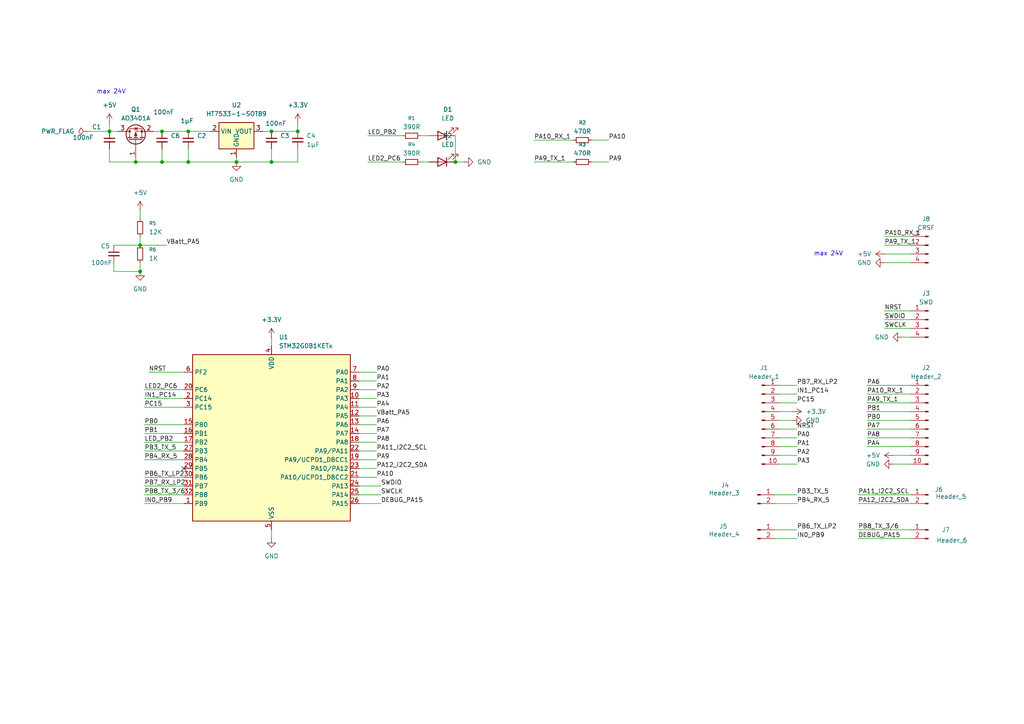
<source format=kicad_sch>
(kicad_sch (version 20250114) (generator "eeschema") (generator_version "9.0")
  (paper "A4")
  (lib_symbols
    (symbol "Connector:Conn_01x02_Pin" (pin_names (offset 1.016) (hide yes))
      (property "Reference" "J" (at 0 2.54 0))
      (property "Value" "Conn_01x02_Pin" (at 0 -5.08 0))
      (symbol "Conn_01x02_Pin_1_1"
        (rectangle (start 0.8636 0.127) (end 0 -0.127) (stroke (width 0.1524)) (fill (type outline)))
        (rectangle (start 0.8636 -2.413) (end 0 -2.667) (stroke (width 0.1524)) (fill (type outline)))
        (polyline (pts (xy 1.27 0) (xy 0.8636 0)) (stroke (width 0.1524)))
        (polyline (pts (xy 1.27 -2.54) (xy 0.8636 -2.54)) (stroke (width 0.1524)))
        (pin passive line (at 5.08 0 180) (length 3.81) (name "Pin_1") (number "1"))
        (pin passive line (at 5.08 -2.54 180) (length 3.81) (name "Pin_2") (number "2"))
      )
    )
    (symbol "Connector:Conn_01x04_Pin" (pin_names (offset 1.016) (hide yes))
      (property "Reference" "J" (at 0 5.08 0))
      (property "Value" "Conn_01x04_Pin" (at 0 -7.62 0))
      (symbol "Conn_01x04_Pin_1_1"
        (rectangle (start 0.8636 2.667) (end 0 2.413) (stroke (width 0.1524)) (fill (type outline)))
        (rectangle (start 0.8636 0.127) (end 0 -0.127) (stroke (width 0.1524)) (fill (type outline)))
        (rectangle (start 0.8636 -2.413) (end 0 -2.667) (stroke (width 0.1524)) (fill (type outline)))
        (rectangle (start 0.8636 -4.953) (end 0 -5.207) (stroke (width 0.1524)) (fill (type outline)))
        (polyline (pts (xy 1.27 2.54) (xy 0.8636 2.54)) (stroke (width 0.1524)))
        (polyline (pts (xy 1.27 0) (xy 0.8636 0)) (stroke (width 0.1524)))
        (polyline (pts (xy 1.27 -2.54) (xy 0.8636 -2.54)) (stroke (width 0.1524)))
        (polyline (pts (xy 1.27 -5.08) (xy 0.8636 -5.08)) (stroke (width 0.1524)))
        (pin passive line (at 5.08 2.54 180) (length 3.81) (name "Pin_1") (number "1"))
        (pin passive line (at 5.08 0 180) (length 3.81) (name "Pin_2") (number "2"))
        (pin passive line (at 5.08 -2.54 180) (length 3.81) (name "Pin_3") (number "3"))
        (pin passive line (at 5.08 -5.08 180) (length 3.81) (name "Pin_4") (number "4"))
      )
    )
    (symbol "Connector:Conn_01x10_Pin" (pin_names (offset 1.016) (hide yes))
      (property "Reference" "J" (at 0 12.7 0))
      (property "Value" "Conn_01x10_Pin" (at 0 -15.24 0))
      (symbol "Conn_01x10_Pin_1_1"
        (rectangle (start 0.8636 10.287) (end 0 10.033) (stroke (width 0.1524)) (fill (type outline)))
        (rectangle (start 0.8636 7.747) (end 0 7.493) (stroke (width 0.1524)) (fill (type outline)))
        (rectangle (start 0.8636 5.207) (end 0 4.953) (stroke (width 0.1524)) (fill (type outline)))
        (rectangle (start 0.8636 2.667) (end 0 2.413) (stroke (width 0.1524)) (fill (type outline)))
        (rectangle (start 0.8636 0.127) (end 0 -0.127) (stroke (width 0.1524)) (fill (type outline)))
        (rectangle (start 0.8636 -2.413) (end 0 -2.667) (stroke (width 0.1524)) (fill (type outline)))
        (rectangle (start 0.8636 -4.953) (end 0 -5.207) (stroke (width 0.1524)) (fill (type outline)))
        (rectangle (start 0.8636 -7.493) (end 0 -7.747) (stroke (width 0.1524)) (fill (type outline)))
        (rectangle (start 0.8636 -10.033) (end 0 -10.287) (stroke (width 0.1524)) (fill (type outline)))
        (rectangle (start 0.8636 -12.573) (end 0 -12.827) (stroke (width 0.1524)) (fill (type outline)))
        (polyline (pts (xy 1.27 10.16) (xy 0.8636 10.16)) (stroke (width 0.1524)))
        (polyline (pts (xy 1.27 7.62) (xy 0.8636 7.62)) (stroke (width 0.1524)))
        (polyline (pts (xy 1.27 5.08) (xy 0.8636 5.08)) (stroke (width 0.1524)))
        (polyline (pts (xy 1.27 2.54) (xy 0.8636 2.54)) (stroke (width 0.1524)))
        (polyline (pts (xy 1.27 0) (xy 0.8636 0)) (stroke (width 0.1524)))
        (polyline (pts (xy 1.27 -2.54) (xy 0.8636 -2.54)) (stroke (width 0.1524)))
        (polyline (pts (xy 1.27 -5.08) (xy 0.8636 -5.08)) (stroke (width 0.1524)))
        (polyline (pts (xy 1.27 -7.62) (xy 0.8636 -7.62)) (stroke (width 0.1524)))
        (polyline (pts (xy 1.27 -10.16) (xy 0.8636 -10.16)) (stroke (width 0.1524)))
        (polyline (pts (xy 1.27 -12.7) (xy 0.8636 -12.7)) (stroke (width 0.1524)))
        (pin passive line (at 5.08 10.16 180) (length 3.81) (name "Pin_1") (number "1"))
        (pin passive line (at 5.08 7.62 180) (length 3.81) (name "Pin_2") (number "2"))
        (pin passive line (at 5.08 5.08 180) (length 3.81) (name "Pin_3") (number "3"))
        (pin passive line (at 5.08 2.54 180) (length 3.81) (name "Pin_4") (number "4"))
        (pin passive line (at 5.08 0 180) (length 3.81) (name "Pin_5") (number "5"))
        (pin passive line (at 5.08 -2.54 180) (length 3.81) (name "Pin_6") (number "6"))
        (pin passive line (at 5.08 -5.08 180) (length 3.81) (name "Pin_7") (number "7"))
        (pin passive line (at 5.08 -7.62 180) (length 3.81) (name "Pin_8") (number "8"))
        (pin passive line (at 5.08 -10.16 180) (length 3.81) (name "Pin_9") (number "9"))
        (pin passive line (at 5.08 -12.7 180) (length 3.81) (name "Pin_10") (number "10"))
      )
    )
    (symbol "Device:C_Small" (pin_numbers (hide yes)) (pin_names (offset 0.254) (hide yes))
      (property "Reference" "C" (at 0.254 1.778 0))
      (property "Value" "C_Small" (at 0.254 -2.032 0))
      (symbol "C_Small_0_1"
        (polyline (pts (xy -1.524 0.508) (xy 1.524 0.508)) (stroke (width 0.3048)))
        (polyline (pts (xy -1.524 -0.508) (xy 1.524 -0.508)) (stroke (width 0.3302)))
      )
      (symbol "C_Small_1_1"
        (pin passive line (at 0 2.54 270) (length 2.032) (name "~") (number "1"))
        (pin passive line (at 0 -2.54 90) (length 2.032) (name "~") (number "2"))
      )
    )
    (symbol "Device:LED" (pin_numbers (hide yes)) (pin_names (offset 1.016) (hide yes))
      (property "Reference" "D" (at 0 2.54 0))
      (property "Value" "LED" (at 0 -2.54 0))
      (symbol "LED_0_1"
        (polyline (pts (xy -3.048 -0.762) (xy -4.572 -2.286) (xy -3.81 -2.286) (xy -4.572 -2.286) (xy -4.572 -1.524)))
        (polyline (pts (xy -1.778 -0.762) (xy -3.302 -2.286) (xy -2.54 -2.286) (xy -3.302 -2.286) (xy -3.302 -1.524)))
        (polyline (pts (xy -1.27 0) (xy 1.27 0)))
        (polyline (pts (xy -1.27 -1.27) (xy -1.27 1.27)) (stroke (width 0.254)))
        (polyline (pts (xy 1.27 -1.27) (xy 1.27 1.27) (xy -1.27 0) (xy 1.27 -1.27)) (stroke (width 0.254)))
      )
      (symbol "LED_1_1"
        (pin passive line (at -3.81 0 0) (length 2.54) (name "K") (number "1"))
        (pin passive line (at 3.81 0 180) (length 2.54) (name "A") (number "2"))
      )
    )
    (symbol "Device:R_Small" (pin_numbers (hide yes)) (pin_names (offset 0.254) (hide yes))
      (property "Reference" "R" (at 0 0 90))
      (property "Value" "R_Small" (at 1.778 0 90))
      (symbol "R_Small_0_1"
        (rectangle (start -0.762 1.778) (end 0.762 -1.778) (stroke (width 0.2032)))
      )
      (symbol "R_Small_1_1"
        (pin passive line (at 0 2.54 270) (length 0.762) (name "~") (number "1"))
        (pin passive line (at 0 -2.54 90) (length 0.762) (name "~") (number "2"))
      )
    )
    (symbol "MCU_ST_STM32G0:STM32G0B1KETx"
      (property "Reference" "U" (at -22.86 26.67 0))
      (property "Value" "STM32G0B1KETx" (at 2.54 26.67 0))
      (symbol "STM32G0B1KETx_0_1"
        (rectangle (start -22.86 -22.86) (end 22.86 25.4) (stroke (width 0.254)) (fill (type background)))
      )
      (symbol "STM32G0B1KETx_1_1"
        (pin bidirectional line (at -25.4 20.32 0) (length 2.54) (name "PF2") (number "6"))
        (pin bidirectional line (at -25.4 15.24 0) (length 2.54) (name "PC6") (number "20"))
        (pin bidirectional line (at -25.4 12.7 0) (length 2.54) (name "PC14") (number "2"))
        (pin bidirectional line (at -25.4 10.16 0) (length 2.54) (name "PC15") (number "3"))
        (pin bidirectional line (at -25.4 5.08 0) (length 2.54) (name "PB0") (number "15"))
        (pin bidirectional line (at -25.4 2.54 0) (length 2.54) (name "PB1") (number "16"))
        (pin bidirectional line (at -25.4 0 0) (length 2.54) (name "PB2") (number "17"))
        (pin bidirectional line (at -25.4 -2.54 0) (length 2.54) (name "PB3") (number "27"))
        (pin bidirectional line (at -25.4 -5.08 0) (length 2.54) (name "PB4") (number "28"))
        (pin bidirectional line (at -25.4 -7.62 0) (length 2.54) (name "PB5") (number "29"))
        (pin bidirectional line (at -25.4 -10.16 0) (length 2.54) (name "PB6") (number "30"))
        (pin bidirectional line (at -25.4 -12.7 0) (length 2.54) (name "PB7") (number "31"))
        (pin bidirectional line (at -25.4 -15.24 0) (length 2.54) (name "PB8") (number "32"))
        (pin bidirectional line (at -25.4 -17.78 0) (length 2.54) (name "PB9") (number "1"))
        (pin power_in line (at 0 27.94 270) (length 2.54) (name "VDD") (number "4"))
        (pin power_in line (at 0 -25.4 90) (length 2.54) (name "VSS") (number "5"))
        (pin bidirectional line (at 25.4 20.32 180) (length 2.54) (name "PA0") (number "7"))
        (pin bidirectional line (at 25.4 17.78 180) (length 2.54) (name "PA1") (number "8"))
        (pin bidirectional line (at 25.4 15.24 180) (length 2.54) (name "PA2") (number "9"))
        (pin bidirectional line (at 25.4 12.7 180) (length 2.54) (name "PA3") (number "10"))
        (pin bidirectional line (at 25.4 10.16 180) (length 2.54) (name "PA4") (number "11"))
        (pin bidirectional line (at 25.4 7.62 180) (length 2.54) (name "PA5") (number "12"))
        (pin bidirectional line (at 25.4 5.08 180) (length 2.54) (name "PA6") (number "13"))
        (pin bidirectional line (at 25.4 2.54 180) (length 2.54) (name "PA7") (number "14"))
        (pin bidirectional line (at 25.4 0 180) (length 2.54) (name "PA8") (number "18"))
        (pin bidirectional line (at 25.4 -2.54 180) (length 2.54) (name "PA9/PA11") (number "22"))
        (pin bidirectional line (at 25.4 -5.08 180) (length 2.54) (name "PA9/UCPD1_DBCC1") (number "19"))
        (pin bidirectional line (at 25.4 -7.62 180) (length 2.54) (name "PA10/PA12") (number "23"))
        (pin bidirectional line (at 25.4 -10.16 180) (length 2.54) (name "PA10/UCPD1_DBCC2") (number "21"))
        (pin bidirectional line (at 25.4 -12.7 180) (length 2.54) (name "PA13") (number "24"))
        (pin bidirectional line (at 25.4 -15.24 180) (length 2.54) (name "PA14") (number "25"))
        (pin bidirectional line (at 25.4 -17.78 180) (length 2.54) (name "PA15") (number "26"))
      )
    )
    (symbol "Regulator_Linear:HT75xx-1-SOT89"
      (property "Reference" "U" (at -5.08 -3.81 0))
      (property "Value" "HT75xx-1-SOT89" (at 0 6.35 0))
      (symbol "HT75xx-1-SOT89_0_1"
        (rectangle (start -5.08 5.08) (end 5.08 -2.54) (stroke (width 0.254)) (fill (type background)))
      )
      (symbol "HT75xx-1-SOT89_1_1"
        (pin power_in line (at -7.62 2.54 0) (length 2.54) (name "VIN") (number "2"))
        (pin power_in line (at 0 -5.08 90) (length 2.54) (name "GND") (number "1"))
        (pin power_out line (at 7.62 2.54 180) (length 2.54) (name "VOUT") (number "3"))
      )
    )
    (symbol "Transistor_FET:AO3401A" (pin_names (hide yes))
      (property "Reference" "Q" (at 5.08 1.905 0))
      (property "Value" "AO3401A" (at 5.08 0 0))
      (symbol "AO3401A_0_1"
        (polyline (pts (xy 0.254 1.905) (xy 0.254 -1.905)) (stroke (width 0.254)))
        (polyline (pts (xy 0.254 0) (xy -2.54 0)))
        (polyline (pts (xy 0.762 2.286) (xy 0.762 1.27)) (stroke (width 0.254)))
        (polyline (pts (xy 0.762 1.778) (xy 3.302 1.778) (xy 3.302 -1.778) (xy 0.762 -1.778)))
        (polyline (pts (xy 0.762 0.508) (xy 0.762 -0.508)) (stroke (width 0.254)))
        (polyline (pts (xy 0.762 -1.27) (xy 0.762 -2.286)) (stroke (width 0.254)))
        (circle (center 1.651 0) (radius 2.794) (stroke (width 0.254)))
        (polyline (pts (xy 2.286 0) (xy 1.27 0.381) (xy 1.27 -0.381) (xy 2.286 0)) (fill (type outline)))
        (polyline (pts (xy 2.54 2.54) (xy 2.54 1.778)))
        (circle (center 2.54 1.778) (radius 0.254) (fill (type outline)))
        (circle (center 2.54 -1.778) (radius 0.254) (fill (type outline)))
        (polyline (pts (xy 2.54 -2.54) (xy 2.54 0) (xy 0.762 0)))
        (polyline (pts (xy 2.794 -0.508) (xy 2.921 -0.381) (xy 3.683 -0.381) (xy 3.81 -0.254)))
        (polyline (pts (xy 3.302 -0.381) (xy 2.921 0.254) (xy 3.683 0.254) (xy 3.302 -0.381)))
      )
      (symbol "AO3401A_1_1"
        (pin input line (at -5.08 0 0) (length 2.54) (name "G") (number "1"))
        (pin passive line (at 2.54 5.08 270) (length 2.54) (name "D") (number "3"))
        (pin passive line (at 2.54 -5.08 90) (length 2.54) (name "S") (number "2"))
      )
    )
    (symbol "power:+3.3V" (power) (pin_numbers (hide yes)) (pin_names (offset 0) (hide yes))
      (property "Value" "+3.3V" (at 0 3.556 0))
      (symbol "+3.3V_0_1"
        (polyline (pts (xy -0.762 1.27) (xy 0 2.54)))
        (polyline (pts (xy 0 2.54) (xy 0.762 1.27)))
        (polyline (pts (xy 0 0) (xy 0 2.54)))
      )
      (symbol "+3.3V_1_1"
        (pin power_in line (at 0 0 90) (length 0) (name "~") (number "1"))
      )
    )
    (symbol "power:+5V" (power) (pin_numbers (hide yes)) (pin_names (offset 0) (hide yes))
      (property "Value" "+5V" (at 0 3.556 0))
      (symbol "+5V_0_1"
        (polyline (pts (xy -0.762 1.27) (xy 0 2.54)))
        (polyline (pts (xy 0 2.54) (xy 0.762 1.27)))
        (polyline (pts (xy 0 0) (xy 0 2.54)))
      )
      (symbol "+5V_1_1"
        (pin power_in line (at 0 0 90) (length 0) (name "~") (number "1"))
      )
    )
    (symbol "power:GND" (power) (pin_numbers (hide yes)) (pin_names (offset 0) (hide yes))
      (property "Value" "GND" (at 0 -3.81 0))
      (symbol "GND_0_1"
        (polyline (pts (xy 0 0) (xy 0 -1.27) (xy 1.27 -1.27) (xy 0 -2.54) (xy -1.27 -1.27) (xy 0 -1.27)))
      )
      (symbol "GND_1_1"
        (pin power_in line (at 0 0 270) (length 0) (name "~") (number "1"))
      )
    )
    (symbol "power:PWR_FLAG" (power) (pin_numbers (hide yes)) (pin_names (offset 0) (hide yes))
      (property "Value" "PWR_FLAG" (at 0 3.81 0))
      (symbol "PWR_FLAG_0_0"
        (pin power_out line (at 0 0 90) (length 0) (name "~") (number "1"))
      )
      (symbol "PWR_FLAG_0_1"
        (polyline (pts (xy 0 0) (xy 0 1.27) (xy -1.016 1.905) (xy 0 2.54) (xy 1.016 1.905) (xy 0 1.27)))
      )
    )
  )
  (text "max 24V\n" (at 240.284 73.66 0) (effects (font (size 1.27 1.27))))
  (text "max 24V" (at 32.258 26.67 0) (effects (font (size 1.27 1.27))))
  (junction (at 54.61 38.1))
  (junction (at 132.08 46.99))
  (junction (at 40.64 71.12))
  (junction (at 40.64 78.74))
  (junction (at 39.37 46.99))
  (junction (at 78.74 46.99))
  (junction (at 78.74 38.1))
  (junction (at 68.58 46.99))
  (junction (at 46.99 46.99))
  (junction (at 54.61 46.99))
  (junction (at 46.99 38.1))
  (junction (at 31.75 38.1))
  (junction (at 86.36 38.1))
  (no_connect (at 53.34 135.89))
  (wire (pts (xy 41.91 146.05) (xy 53.34 146.05)))
  (wire (pts (xy 40.64 76.2) (xy 40.64 78.74)))
  (wire (pts (xy 104.14 138.43) (xy 109.22 138.43)))
  (wire (pts (xy 104.14 125.73) (xy 109.22 125.73)))
  (wire (pts (xy 104.14 113.03) (xy 109.22 113.03)))
  (wire (pts (xy 41.91 115.57) (xy 53.34 115.57)))
  (wire (pts (xy 154.94 40.64) (xy 166.37 40.64)))
  (wire (pts (xy 251.46 127) (xy 264.16 127)))
  (wire (pts (xy 104.14 110.49) (xy 109.22 110.49)))
  (wire (pts (xy 154.94 46.99) (xy 166.37 46.99)))
  (wire (pts (xy 106.68 46.99) (xy 116.84 46.99)))
  (wire (pts (xy 41.91 113.03) (xy 53.34 113.03)))
  (wire (pts (xy 41.91 118.11) (xy 53.34 118.11)))
  (wire (pts (xy 31.75 43.18) (xy 31.75 46.99)))
  (wire (pts (xy 40.64 71.12) (xy 48.26 71.12)))
  (wire (pts (xy 76.2 38.1) (xy 78.74 38.1)))
  (wire (pts (xy 46.99 46.99) (xy 54.61 46.99)))
  (wire (pts (xy 78.74 43.18) (xy 78.74 46.99)))
  (wire (pts (xy 256.54 76.2) (xy 264.16 76.2)))
  (wire (pts (xy 31.75 38.1) (xy 34.29 38.1)))
  (wire (pts (xy 104.14 123.19) (xy 109.22 123.19)))
  (wire (pts (xy 104.14 118.11) (xy 109.22 118.11)))
  (wire (pts (xy 251.46 111.76) (xy 264.16 111.76)))
  (wire (pts (xy 78.74 153.67) (xy 78.74 156.21)))
  (wire (pts (xy 251.46 124.46) (xy 264.16 124.46)))
  (wire (pts (xy 251.46 114.3) (xy 264.16 114.3)))
  (wire (pts (xy 43.18 107.95) (xy 53.34 107.95)))
  (wire (pts (xy 104.14 115.57) (xy 109.22 115.57)))
  (wire (pts (xy 44.45 38.1) (xy 46.99 38.1)))
  (wire (pts (xy 251.46 121.92) (xy 264.16 121.92)))
  (wire (pts (xy 104.14 146.05) (xy 110.49 146.05)))
  (wire (pts (xy 78.74 46.99) (xy 86.36 46.99)))
  (wire (pts (xy 33.02 71.12) (xy 40.64 71.12)))
  (wire (pts (xy 248.92 143.51) (xy 264.16 143.51)))
  (wire (pts (xy 39.37 46.99) (xy 46.99 46.99)))
  (wire (pts (xy 104.14 140.97) (xy 110.49 140.97)))
  (wire (pts (xy 31.75 35.56) (xy 31.75 38.1)))
  (wire (pts (xy 54.61 43.18) (xy 54.61 46.99)))
  (wire (pts (xy 86.36 46.99) (xy 86.36 43.18)))
  (wire (pts (xy 46.99 43.18) (xy 46.99 46.99)))
  (wire (pts (xy 171.45 40.64) (xy 176.53 40.64)))
  (wire (pts (xy 68.58 46.99) (xy 78.74 46.99)))
  (wire (pts (xy 256.54 92.71) (xy 264.16 92.71)))
  (wire (pts (xy 224.79 156.21) (xy 231.14 156.21)))
  (wire (pts (xy 248.92 146.05) (xy 264.16 146.05)))
  (wire (pts (xy 41.91 143.51) (xy 53.34 143.51)))
  (wire (pts (xy 121.92 46.99) (xy 124.46 46.99)))
  (wire (pts (xy 104.14 120.65) (xy 109.22 120.65)))
  (wire (pts (xy 226.06 134.62) (xy 231.14 134.62)))
  (wire (pts (xy 256.54 95.25) (xy 264.16 95.25)))
  (wire (pts (xy 46.99 38.1) (xy 54.61 38.1)))
  (wire (pts (xy 261.62 97.79) (xy 264.16 97.79)))
  (wire (pts (xy 41.91 130.81) (xy 53.34 130.81)))
  (wire (pts (xy 259.08 134.62) (xy 264.16 134.62)))
  (wire (pts (xy 41.91 123.19) (xy 53.34 123.19)))
  (wire (pts (xy 41.91 125.73) (xy 53.34 125.73)))
  (wire (pts (xy 40.64 68.58) (xy 40.64 71.12)))
  (wire (pts (xy 121.92 39.37) (xy 124.46 39.37)))
  (wire (pts (xy 39.37 45.72) (xy 39.37 46.99)))
  (wire (pts (xy 104.14 135.89) (xy 109.22 135.89)))
  (wire (pts (xy 86.36 35.56) (xy 86.36 38.1)))
  (wire (pts (xy 41.91 138.43) (xy 53.34 138.43)))
  (wire (pts (xy 54.61 46.99) (xy 68.58 46.99)))
  (wire (pts (xy 31.75 46.99) (xy 39.37 46.99)))
  (wire (pts (xy 226.06 132.08) (xy 231.14 132.08)))
  (wire (pts (xy 248.92 156.21) (xy 264.16 156.21)))
  (wire (pts (xy 33.02 76.2) (xy 33.02 78.74)))
  (wire (pts (xy 256.54 73.66) (xy 264.16 73.66)))
  (wire (pts (xy 104.14 128.27) (xy 109.22 128.27)))
  (wire (pts (xy 226.06 119.38) (xy 229.87 119.38)))
  (wire (pts (xy 106.68 39.37) (xy 116.84 39.37)))
  (wire (pts (xy 104.14 107.95) (xy 109.22 107.95)))
  (wire (pts (xy 256.54 90.17) (xy 264.16 90.17)))
  (wire (pts (xy 33.02 78.74) (xy 40.64 78.74)))
  (wire (pts (xy 226.06 129.54) (xy 231.14 129.54)))
  (wire (pts (xy 251.46 129.54) (xy 264.16 129.54)))
  (wire (pts (xy 40.64 60.96) (xy 40.64 63.5)))
  (wire (pts (xy 54.61 38.1) (xy 60.96 38.1)))
  (wire (pts (xy 256.54 71.12) (xy 264.16 71.12)))
  (wire (pts (xy 226.06 127) (xy 231.14 127)))
  (wire (pts (xy 226.06 116.84) (xy 231.14 116.84)))
  (wire (pts (xy 41.91 128.27) (xy 53.34 128.27)))
  (wire (pts (xy 256.54 68.58) (xy 264.16 68.58)))
  (wire (pts (xy 226.06 114.3) (xy 231.14 114.3)))
  (wire (pts (xy 224.79 146.05) (xy 231.14 146.05)))
  (wire (pts (xy 251.46 119.38) (xy 264.16 119.38)))
  (wire (pts (xy 259.08 132.08) (xy 264.16 132.08)))
  (wire (pts (xy 41.91 140.97) (xy 53.34 140.97)))
  (wire (pts (xy 41.91 133.35) (xy 53.34 133.35)))
  (wire (pts (xy 132.08 39.37) (xy 132.08 46.99)))
  (wire (pts (xy 224.79 153.67) (xy 231.14 153.67)))
  (wire (pts (xy 78.74 97.79) (xy 78.74 100.33)))
  (wire (pts (xy 226.06 111.76) (xy 231.14 111.76)))
  (wire (pts (xy 251.46 116.84) (xy 264.16 116.84)))
  (wire (pts (xy 104.14 143.51) (xy 110.49 143.51)))
  (wire (pts (xy 25.4 38.1) (xy 31.75 38.1)))
  (wire (pts (xy 248.92 153.67) (xy 264.16 153.67)))
  (wire (pts (xy 104.14 130.81) (xy 109.22 130.81)))
  (wire (pts (xy 226.06 121.92) (xy 229.87 121.92)))
  (wire (pts (xy 226.06 124.46) (xy 231.14 124.46)))
  (wire (pts (xy 68.58 45.72) (xy 68.58 46.99)))
  (wire (pts (xy 132.08 46.99) (xy 134.62 46.99)))
  (wire (pts (xy 224.79 143.51) (xy 231.14 143.51)))
  (wire (pts (xy 104.14 133.35) (xy 109.22 133.35)))
  (wire (pts (xy 171.45 46.99) (xy 176.53 46.99)))
  (wire (pts (xy 78.74 38.1) (xy 86.36 38.1)))
  (label "LED_PB2" (at 106.68 39.37 0))
  (label "LED2_PC6" (at 41.91 113.03 0))
  (label "PC15" (at 41.91 118.11 0))
  (label "PA4" (at 109.22 118.11 0))
  (label "PB6_TX_LP2" (at 231.14 153.67 0))
  (label "PA12_I2C2_SDA" (at 109.22 135.89 0))
  (label "PB1" (at 251.46 119.38 0))
  (label "PC15" (at 231.14 116.84 0))
  (label "PA9_TX_1" (at 154.94 46.99 0))
  (label "PA12_I2C2_SDA" (at 248.92 146.05 0))
  (label "PA0" (at 109.22 107.95 0))
  (label "PB8_TX_3{slash}6" (at 248.92 153.67 0))
  (label "PA11_I2C2_SCL" (at 248.92 143.51 0))
  (label "IN0_PB9" (at 41.91 146.05 0))
  (label "VBatt_PA5" (at 48.26 71.12 0))
  (label "IN1_PC14" (at 231.14 114.3 0))
  (label "PA2" (at 231.14 132.08 0))
  (label "NRST" (at 256.54 90.17 0))
  (label "PB8_TX_3{slash}6" (at 41.91 143.51 0))
  (label "PA6" (at 109.22 123.19 0))
  (label "PB7_RX_LP2" (at 231.14 111.76 0))
  (label "PA9_TX_1" (at 251.46 116.84 0))
  (label "PA7" (at 251.46 124.46 0))
  (label "PA10_RX_1" (at 154.94 40.64 0))
  (label "PA2" (at 109.22 113.03 0))
  (label "PA10" (at 176.53 40.64 0))
  (label "SWCLK" (at 256.54 95.25 0))
  (label "LED_PB2" (at 41.91 128.27 0))
  (label "PB4_RX_5" (at 231.14 146.05 0))
  (label "PB3_TX_5" (at 41.91 130.81 0))
  (label "PA11_I2C2_SCL" (at 109.22 130.81 0))
  (label "PB3_TX_5" (at 231.14 143.51 0))
  (label "PA1" (at 109.22 110.49 0))
  (label "PA4" (at 251.46 129.54 0))
  (label "PA9" (at 109.22 133.35 0))
  (label "NRST" (at 43.18 107.95 0))
  (label "PB0" (at 41.91 123.19 0))
  (label "PA3" (at 109.22 115.57 0))
  (label "SWDIO" (at 110.49 140.97 0))
  (label "PB0" (at 251.46 121.92 0))
  (label "PA3" (at 231.14 134.62 0))
  (label "PB7_RX_LP2" (at 41.91 140.97 0))
  (label "LED2_PC6" (at 106.68 46.99 0))
  (label "PA6" (at 251.46 111.76 0))
  (label "PB1" (at 41.91 125.73 0))
  (label "PA10_RX_1" (at 251.46 114.3 0))
  (label "SWCLK" (at 110.49 143.51 0))
  (label "PB4_RX_5" (at 41.91 133.35 0))
  (label "VBatt_PA5" (at 109.22 120.65 0))
  (label "IN0_PB9" (at 231.14 156.21 0))
  (label "PA8" (at 109.22 128.27 0))
  (label "PB6_TX_LP2" (at 41.91 138.43 0))
  (label "NRST" (at 231.14 124.46 0))
  (label "PA7" (at 109.22 125.73 0))
  (label "PA1" (at 231.14 129.54 0))
  (label "PA10_RX_1" (at 256.54 68.58 0))
  (label "DEBUG_PA15" (at 248.92 156.21 0))
  (label "DEBUG_PA15" (at 110.49 146.05 0))
  (label "IN1_PC14" (at 41.91 115.57 0))
  (label "PA0" (at 231.14 127 0))
  (label "PA9_TX_1" (at 256.54 71.12 0))
  (label "PA9" (at 176.53 46.99 0))
  (label "PA10" (at 109.22 138.43 0))
  (label "PA8" (at 251.46 127 0))
  (label "SWDIO" (at 256.54 92.71 0))
  (symbol (lib_id "Device:C_Small") (at 46.99 40.64 0) (unit 1)
    (property "Reference" "C6" (at 49.53 39.3762 0) (effects (justify left)))
    (property "Value" "100nF" (at 44.45 32.512 0) (effects (justify left)))
    (property "Footprint" "Capacitor_SMD:C_0805_2012Metric" (effects (hide yes)))
    (property "Description" "Unpolarized capacitor, small symbol" (effects (hide yes)))
  )
  (symbol (lib_id "MCU_ST_STM32G0:STM32G0B1KETx") (at 78.74 128.27 0) (unit 1)
    (property "Reference" "U1" (at 80.8833 97.79 0) (effects (justify left)))
    (property "Value" "STM32G0B1KETx" (at 80.8833 100.33 0) (effects (justify left)))
    (property "Footprint" "Package_DFN_QFN:UQFN-32_5x5mm_P0.5mm" (effects (hide yes)))
    (property "Datasheet" "https://www.st.com/resource/en/datasheet/stm32g0b1ke.pdf" (effects (hide yes)))
    (property "Description" "STMicroelectronics Arm Cortex-M0+ MCU, 512KB flash, 144KB RAM, 64 MHz, 1.7-3.6V, 30 GPIO, LQFP32" (effects (hide yes)))
  )
  (symbol (lib_id "Connector:Conn_01x02_Pin") (at 219.71 143.51 0) (unit 1)
    (property "Reference" "J4" (at 210.312 140.716 0))
    (property "Value" "Header_3" (at 210.058 143.002 0))
    (property "Footprint" "Connector_PinHeader_2.54mm:PinHeader_1x02_P2.54mm_Vertical" (effects (hide yes)))
    (property "Description" "Generic connector, single row, 01x02, script generated" (effects (hide yes)))
  )
  (symbol (lib_id "Device:R_Small") (at 119.38 46.99 90) (unit 1)
    (property "Reference" "R4" (at 119.38 41.91 90) (effects (font (size 1.016 1.016))))
    (property "Value" "390R" (at 119.38 44.45 90))
    (property "Footprint" "Resistor_SMD:R_0805_2012Metric" (effects (hide yes)))
    (property "Description" "Resistor, small symbol" (effects (hide yes)))
  )
  (symbol (lib_id "power:+3.3V") (at 86.36 35.56 0) (unit 1)
    (property "Reference" "#PWR06" (effects (hide yes)))
    (property "Value" "+3.3V" (at 86.36 30.48 0))
    (property "Description" "Power symbol creates a global label with name \"+3.3V\"" (effects (hide yes)))
  )
  (symbol (lib_id "Device:C_Small") (at 86.36 40.64 0) (unit 1)
    (property "Reference" "C4" (at 88.9 39.3762 0) (effects (justify left)))
    (property "Value" "1µF" (at 88.9 41.9162 0) (effects (justify left)))
    (property "Footprint" "Capacitor_SMD:C_0805_2012Metric" (effects (hide yes)))
    (property "Description" "Unpolarized capacitor, small symbol" (effects (hide yes)))
  )
  (symbol (lib_id "power:PWR_FLAG") (at 25.4 38.1 90) (unit 1)
    (property "Reference" "#FLG01" (effects (hide yes)))
    (property "Value" "PWR_FLAG" (at 21.59 38.0999 90) (effects (justify left)))
    (property "Description" "Special symbol for telling ERC where power comes from" (effects (hide yes)))
  )
  (symbol (lib_id "power:GND") (at 78.74 156.21 0) (unit 1)
    (property "Reference" "#PWR012" (effects (hide yes)))
    (property "Value" "GND" (at 78.74 161.29 0))
    (property "Description" "Power symbol creates a global label with name \"GND\" , ground" (effects (hide yes)))
  )
  (symbol (lib_id "Device:R_Small") (at 119.38 39.37 90) (unit 1)
    (property "Reference" "R1" (at 119.38 34.29 90) (effects (font (size 1.016 1.016))))
    (property "Value" "390R" (at 119.38 36.83 90))
    (property "Footprint" "Resistor_SMD:R_0805_2012Metric" (effects (hide yes)))
    (property "Description" "Resistor, small symbol" (effects (hide yes)))
  )
  (symbol (lib_id "Device:R_Small") (at 40.64 66.04 0) (unit 1)
    (property "Reference" "R5" (at 43.18 64.7699 0) (effects (font (size 1.016 1.016)) (justify left)))
    (property "Value" "12K" (at 43.18 67.3099 0) (effects (justify left)))
    (property "Footprint" "Resistor_SMD:R_0805_2012Metric" (effects (hide yes)))
    (property "Description" "Resistor, small symbol" (effects (hide yes)))
  )
  (symbol (lib_id "power:GND") (at 40.64 78.74 0) (unit 1)
    (property "Reference" "#PWR08" (effects (hide yes)))
    (property "Value" "GND" (at 40.64 83.82 0))
    (property "Description" "Power symbol creates a global label with name \"GND\" , ground" (effects (hide yes)))
  )
  (symbol (lib_id "Connector:Conn_01x04_Pin") (at 269.24 92.71 0) (mirror y) (unit 1)
    (property "Reference" "J3" (at 268.605 85.09 0))
    (property "Value" "SWD" (at 268.605 87.63 0))
    (property "Footprint" "Connector_PinHeader_2.54mm:PinHeader_1x04_P2.54mm_Vertical" (effects (hide yes)))
    (property "Description" "Generic connector, single row, 01x04, script generated" (effects (hide yes)))
  )
  (symbol (lib_id "power:GND") (at 259.08 134.62 270) (unit 1)
    (property "Reference" "#PWR01" (effects (hide yes)))
    (property "Value" "GND" (at 255.27 134.6199 90) (effects (justify right)))
    (property "Description" "Power symbol creates a global label with name \"GND\" , ground" (effects (hide yes)))
  )
  (symbol (lib_id "power:+5V") (at 256.54 73.66 90) (unit 1)
    (property "Reference" "#PWR015" (effects (hide yes)))
    (property "Value" "+5V" (at 252.73 73.6599 90) (effects (justify left)))
    (property "Description" "Power symbol creates a global label with name \"+5V\"" (effects (hide yes)))
  )
  (symbol (lib_id "Connector:Conn_01x02_Pin") (at 269.24 143.51 0) (mirror y) (unit 1)
    (property "Reference" "J6" (at 272.288 141.986 0))
    (property "Value" "Header_5" (at 275.844 144.018 0))
    (property "Footprint" "Connector_PinHeader_2.54mm:PinHeader_1x02_P2.54mm_Vertical" (effects (hide yes)))
    (property "Description" "Generic connector, single row, 01x02, script generated" (effects (hide yes)))
  )
  (symbol (lib_id "Device:C_Small") (at 33.02 73.66 0) (unit 1)
    (property "Reference" "C5" (at 29.21 71.374 0) (effects (justify left)))
    (property "Value" "100nF" (at 26.416 76.2 0) (effects (justify left)))
    (property "Footprint" "Capacitor_SMD:C_0805_2012Metric" (effects (hide yes)))
    (property "Description" "Unpolarized capacitor, small symbol" (effects (hide yes)))
  )
  (symbol (lib_id "power:GND") (at 134.62 46.99 90) (unit 1)
    (property "Reference" "#PWR010" (effects (hide yes)))
    (property "Value" "GND" (at 138.43 46.9899 90) (effects (justify right)))
    (property "Description" "Power symbol creates a global label with name \"GND\" , ground" (effects (hide yes)))
  )
  (symbol (lib_id "Device:R_Small") (at 40.64 73.66 0) (unit 1)
    (property "Reference" "R6" (at 43.18 72.3899 0) (effects (font (size 1.016 1.016)) (justify left)))
    (property "Value" "1K" (at 43.18 74.9299 0) (effects (justify left)))
    (property "Footprint" "Resistor_SMD:R_0805_2012Metric" (effects (hide yes)))
    (property "Description" "Resistor, small symbol" (effects (hide yes)))
  )
  (symbol (lib_id "Transistor_FET:AO3401A") (at 39.37 40.64 90) (unit 1)
    (property "Reference" "Q1" (at 39.37 31.75 90))
    (property "Value" "AO3401A" (at 39.37 34.29 90))
    (property "Footprint" "Package_TO_SOT_SMD:SOT-23" (effects (hide yes)))
    (property "Datasheet" "http://www.aosmd.com/pdfs/datasheet/AO3401A.pdf" (effects (hide yes)))
    (property "Description" "-4.0A Id, -30V Vds, P-Channel MOSFET, SOT-23" (effects (hide yes)))
  )
  (symbol (lib_id "power:+5V") (at 259.08 132.08 90) (unit 1)
    (property "Reference" "#PWR03" (effects (hide yes)))
    (property "Value" "+5V" (at 255.27 132.0799 90) (effects (justify left)))
    (property "Description" "Power symbol creates a global label with name \"+5V\"" (effects (hide yes)))
  )
  (symbol (lib_id "Connector:Conn_01x04_Pin") (at 269.24 71.12 0) (mirror y) (unit 1)
    (property "Reference" "J8" (at 268.605 63.5 0))
    (property "Value" "CRSF" (at 268.605 66.04 0))
    (property "Footprint" "Connector_JST:JST_GH_SM04B-GHS-TB_1x04-1MP_P1.25mm_Horizontal" (effects (hide yes)))
    (property "Description" "Generic connector, single row, 01x04, script generated" (effects (hide yes)))
  )
  (symbol (lib_id "power:GND") (at 256.54 76.2 270) (unit 1)
    (property "Reference" "#PWR014" (effects (hide yes)))
    (property "Value" "GND" (at 252.73 76.1999 90) (effects (justify right)))
    (property "Description" "Power symbol creates a global label with name \"GND\" , ground" (effects (hide yes)))
  )
  (symbol (lib_id "Connector:Conn_01x02_Pin") (at 269.24 153.67 0) (mirror y) (unit 1)
    (property "Reference" "J7" (at 274.32 153.67 0))
    (property "Value" "Header_6" (at 276.098 156.718 0))
    (property "Footprint" "Connector_PinHeader_2.54mm:PinHeader_1x02_P2.54mm_Vertical" (effects (hide yes)))
    (property "Description" "Generic connector, single row, 01x02, script generated" (effects (hide yes)))
  )
  (symbol (lib_id "power:GND") (at 261.62 97.79 270) (unit 1)
    (property "Reference" "#PWR05" (effects (hide yes)))
    (property "Value" "GND" (at 257.81 97.7899 90) (effects (justify right)))
    (property "Description" "Power symbol creates a global label with name \"GND\" , ground" (effects (hide yes)))
  )
  (symbol (lib_id "Device:C_Small") (at 78.74 40.64 0) (unit 1)
    (property "Reference" "C3" (at 81.28 39.3762 0) (effects (justify left)))
    (property "Value" "100nF" (at 76.962 35.814 0) (effects (justify left)))
    (property "Footprint" "Capacitor_SMD:C_0805_2012Metric" (effects (hide yes)))
    (property "Description" "Unpolarized capacitor, small symbol" (effects (hide yes)))
  )
  (symbol (lib_id "Device:C_Small") (at 31.75 40.64 0) (unit 1)
    (property "Reference" "C1" (at 26.67 36.83 0) (effects (justify left)))
    (property "Value" "100nF" (at 21.082 39.878 0) (effects (justify left)))
    (property "Footprint" "Capacitor_SMD:C_0805_2012Metric" (effects (hide yes)))
    (property "Description" "Unpolarized capacitor, small symbol" (effects (hide yes)))
  )
  (symbol (lib_id "power:+5V") (at 31.75 35.56 0) (unit 1)
    (property "Reference" "#PWR07" (effects (hide yes)))
    (property "Value" "+5V" (at 31.75 30.48 0))
    (property "Description" "Power symbol creates a global label with name \"+5V\"" (effects (hide yes)))
  )
  (symbol (lib_id "Connector:Conn_01x10_Pin") (at 269.24 121.92 0) (mirror y) (unit 1)
    (property "Reference" "J2" (at 268.605 106.68 0))
    (property "Value" "Header_2" (at 268.605 109.22 0))
    (property "Footprint" "Connector_PinHeader_2.54mm:PinHeader_1x10_P2.54mm_Vertical" (effects (hide yes)))
    (property "Description" "Generic connector, single row, 01x10, script generated" (effects (hide yes)))
  )
  (symbol (lib_id "Connector:Conn_01x02_Pin") (at 219.71 153.67 0) (unit 1)
    (property "Reference" "J5" (at 209.804 152.654 0))
    (property "Value" "Header_4" (at 210.058 154.94 0))
    (property "Footprint" "Connector_PinHeader_2.54mm:PinHeader_1x02_P2.54mm_Vertical" (effects (hide yes)))
    (property "Description" "Generic connector, single row, 01x02, script generated" (effects (hide yes)))
  )
  (symbol (lib_id "power:GND") (at 68.58 46.99 0) (unit 1)
    (property "Reference" "#PWR013" (effects (hide yes)))
    (property "Value" "GND" (at 68.58 52.07 0))
    (property "Description" "Power symbol creates a global label with name \"GND\" , ground" (effects (hide yes)))
  )
  (symbol (lib_id "Regulator_Linear:HT75xx-1-SOT89") (at 68.58 40.64 0) (unit 1)
    (property "Reference" "U2" (at 68.58 30.48 0))
    (property "Value" "HT7533-1-SOT89" (at 68.58 33.02 0))
    (property "Footprint" "Package_TO_SOT_SMD:SOT-89-3" (effects (hide yes)))
    (property "Datasheet" "https://www.holtek.com/documents/10179/116711/HT75xx-1v250.pdf" (effects (hide yes)))
    (property "Description" "100mA Low Dropout Voltage Regulator, Fixed Output, SOT89" (effects (hide yes)))
  )
  (symbol (lib_id "Device:LED") (at 128.27 39.37 180) (unit 1)
    (property "Reference" "D1" (at 129.8575 31.75 0))
    (property "Value" "LED" (at 129.8575 34.29 0))
    (property "Footprint" "LED_SMD:LED_0805_2012Metric" (effects (hide yes)))
    (property "Description" "Light emitting diode" (effects (hide yes)))
    (property "Sim.Pins" "1=K 2=A" (effects (hide yes)))
  )
  (symbol (lib_id "power:+3.3V") (at 78.74 97.79 0) (unit 1)
    (property "Reference" "#PWR011" (effects (hide yes)))
    (property "Value" "+3.3V" (at 78.74 92.71 0))
    (property "Description" "Power symbol creates a global label with name \"+3.3V\"" (effects (hide yes)))
  )
  (symbol (lib_id "Device:C_Small") (at 54.61 40.64 0) (unit 1)
    (property "Reference" "C2" (at 57.15 39.3762 0) (effects (justify left)))
    (property "Value" "1µF" (at 52.324 35.052 0) (effects (justify left)))
    (property "Footprint" "Capacitor_SMD:C_0805_2012Metric" (effects (hide yes)))
    (property "Description" "Unpolarized capacitor, small symbol" (effects (hide yes)))
  )
  (symbol (lib_id "power:GND") (at 229.87 121.92 90) (unit 1)
    (property "Reference" "#PWR02" (effects (hide yes)))
    (property "Value" "GND" (at 233.68 121.9199 90) (effects (justify right)))
    (property "Description" "Power symbol creates a global label with name \"GND\" , ground" (effects (hide yes)))
  )
  (symbol (lib_id "Device:LED") (at 128.27 46.99 180) (unit 1)
    (property "Reference" "D2" (at 129.8575 39.37 0))
    (property "Value" "LED" (at 129.8575 41.91 0))
    (property "Footprint" "LED_SMD:LED_0805_2012Metric" (effects (hide yes)))
    (property "Description" "Light emitting diode" (effects (hide yes)))
    (property "Sim.Pins" "1=K 2=A" (effects (hide yes)))
  )
  (symbol (lib_id "power:+5V") (at 40.64 60.96 0) (unit 1)
    (property "Reference" "#PWR09" (effects (hide yes)))
    (property "Value" "+5V" (at 40.64 55.88 0))
    (property "Description" "Power symbol creates a global label with name \"+5V\"" (effects (hide yes)))
  )
  (symbol (lib_id "Connector:Conn_01x10_Pin") (at 220.98 121.92 0) (unit 1)
    (property "Reference" "J1" (at 221.615 106.68 0))
    (property "Value" "Header_1" (at 221.615 109.22 0))
    (property "Footprint" "Connector_PinHeader_2.54mm:PinHeader_1x10_P2.54mm_Vertical" (effects (hide yes)))
    (property "Description" "Generic connector, single row, 01x10, script generated" (effects (hide yes)))
  )
  (symbol (lib_id "Device:R_Small") (at 168.91 46.99 90) (unit 1)
    (property "Reference" "R3" (at 168.91 41.91 90) (effects (font (size 1.016 1.016))))
    (property "Value" "470R" (at 168.91 44.45 90))
    (property "Footprint" "Resistor_SMD:R_0805_2012Metric" (effects (hide yes)))
    (property "Description" "Resistor, small symbol" (effects (hide yes)))
  )
  (symbol (lib_id "Device:R_Small") (at 168.91 40.64 90) (unit 1)
    (property "Reference" "R2" (at 168.91 35.56 90) (effects (font (size 1.016 1.016))))
    (property "Value" "470R" (at 168.91 38.1 90))
    (property "Footprint" "Resistor_SMD:R_0805_2012Metric" (effects (hide yes)))
    (property "Description" "Resistor, small symbol" (effects (hide yes)))
  )
  (symbol (lib_id "power:+3.3V") (at 229.87 119.38 270) (unit 1)
    (property "Reference" "#PWR04" (effects (hide yes)))
    (property "Value" "+3.3V" (at 233.68 119.3799 90) (effects (justify left)))
    (property "Description" "Power symbol creates a global label with name \"+3.3V\"" (effects (hide yes)))
  )
)
</source>
